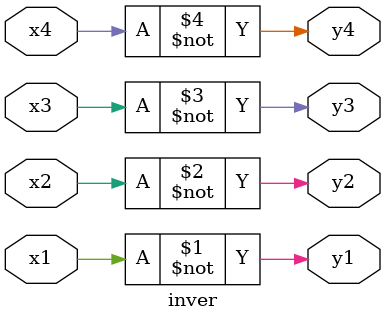
<source format=v>
module inver(y1,y2,y3,y4,x1,x2,x3,x4);
	output y1,y2,y3,y4;
	input x1,x2,x3,x4;
		not(y1,x1);
		not(y2,x2);
		not(y3,x3);
		not(y4,x4);
endmodule
</source>
